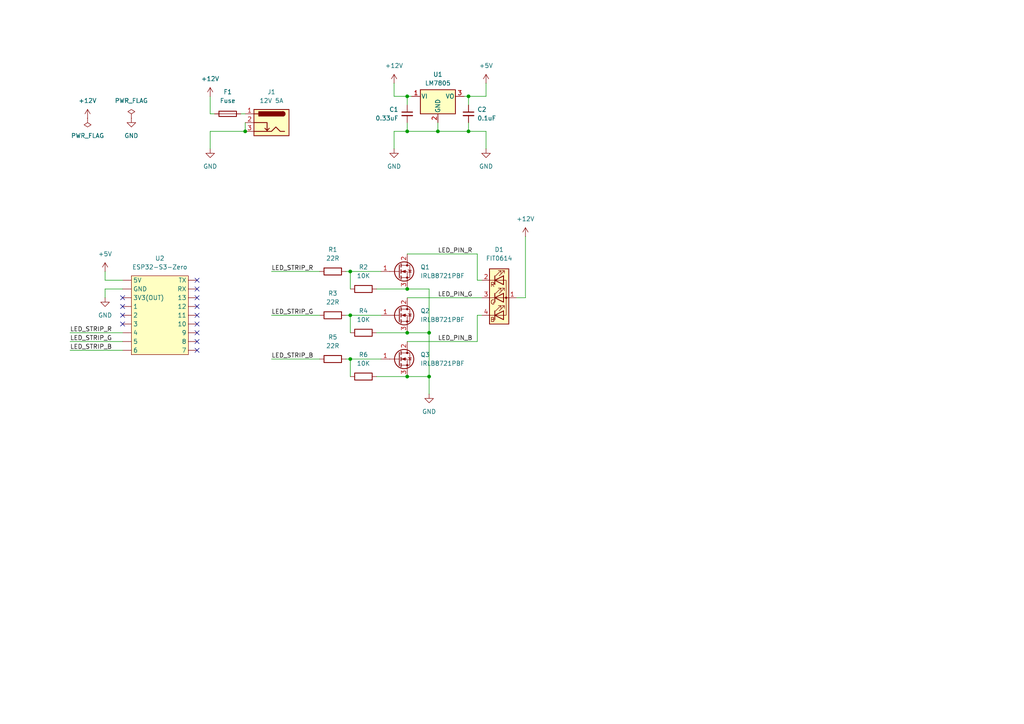
<source format=kicad_sch>
(kicad_sch (version 20231120) (generator "eeschema") (generator_version "8.0")
  (paper "A4")
  (lib_symbols
    (symbol "Connector:Barrel_Jack_Switch_Pin3Ring" (pin_names hide)
      (property "Reference" "J" (at 0 5.334 0))
      (property "Value" "Barrel_Jack_Switch_Pin3Ring" (at 0 -5.08 0))
      (symbol "Barrel_Jack_Switch_Pin3Ring_0_1"
        (rectangle (start -5.08 3.81) (end 5.08 -3.81) (stroke (width 0.254)) (fill (type background)))
        (arc (start -3.302 3.175) (mid -3.9343 2.54) (end -3.302 1.905) (stroke (width 0.254)))
        (arc (start -3.302 3.175) (mid -3.9343 2.54) (end -3.302 1.905) (stroke (width 0.254)) (fill (type outline)))
        (polyline (pts (xy 1.27 -2.286) (xy 1.905 -1.651)) (stroke (width 0.254)))
        (polyline (pts (xy 5.08 2.54) (xy 3.81 2.54)) (stroke (width 0.254)))
        (polyline (pts (xy 5.08 0) (xy 1.27 0) (xy 1.27 -2.286) (xy 0.635 -1.651)) (stroke (width 0.254)))
        (polyline (pts (xy -3.81 -2.54) (xy -2.54 -2.54) (xy -1.27 -1.27) (xy 0 -2.54) (xy 2.54 -2.54) (xy 5.08 -2.54)) (stroke (width 0.254)))
        (rectangle (start 3.683 3.175) (end -3.302 1.905) (stroke (width 0.254)) (fill (type outline)))
      )
      (symbol "Barrel_Jack_Switch_Pin3Ring_1_1"
        (pin passive line (at 7.62 2.54 180) (length 2.54) (name "~") (number "1"))
        (pin passive line (at 7.62 0 180) (length 2.54) (name "~") (number "2"))
        (pin passive line (at 7.62 -2.54 180) (length 2.54) (name "~") (number "3"))
      )
    )
    (symbol "Device:C_Small" (pin_numbers hide) (pin_names (offset 0.254) hide)
      (property "Reference" "C" (at 0.254 1.778 0))
      (property "Value" "C_Small" (at 0.254 -2.032 0))
      (symbol "C_Small_0_1"
        (polyline (pts (xy -1.524 -0.508) (xy 1.524 -0.508)) (stroke (width 0.3302)))
        (polyline (pts (xy -1.524 0.508) (xy 1.524 0.508)) (stroke (width 0.3048)))
      )
      (symbol "C_Small_1_1"
        (pin passive line (at 0 2.54 270) (length 2.032) (name "~") (number "1"))
        (pin passive line (at 0 -2.54 90) (length 2.032) (name "~") (number "2"))
      )
    )
    (symbol "Device:Fuse" (pin_numbers hide) (pin_names (offset 0))
      (property "Reference" "F" (at 2.032 0 90))
      (property "Value" "Fuse" (at -1.905 0 90))
      (symbol "Fuse_0_1"
        (rectangle (start -0.762 -2.54) (end 0.762 2.54) (stroke (width 0.254)))
        (polyline (pts (xy 0 2.54) (xy 0 -2.54)))
      )
      (symbol "Fuse_1_1"
        (pin passive line (at 0 3.81 270) (length 1.27) (name "~") (number "1"))
        (pin passive line (at 0 -3.81 90) (length 1.27) (name "~") (number "2"))
      )
    )
    (symbol "Device:LED_ARGB" (pin_names (offset 0) hide)
      (property "Reference" "D" (at 0 9.398 0))
      (property "Value" "LED_ARGB" (at 0 -8.89 0))
      (symbol "LED_ARGB_0_0"
        (text "B" (at -1.905 -6.35 0) (effects (font (size 1.27 1.27))))
        (text "G" (at -1.905 -1.27 0) (effects (font (size 1.27 1.27))))
        (text "R" (at -1.905 3.81 0) (effects (font (size 1.27 1.27))))
      )
      (symbol "LED_ARGB_0_1"
        (polyline (pts (xy -1.27 -5.08) (xy -2.54 -5.08)))
        (polyline (pts (xy -1.27 -5.08) (xy 1.27 -5.08)))
        (polyline (pts (xy -1.27 -3.81) (xy -1.27 -6.35)) (stroke (width 0.254)))
        (polyline (pts (xy -1.27 0) (xy -2.54 0)))
        (polyline (pts (xy -1.27 1.27) (xy -1.27 -1.27)) (stroke (width 0.254)))
        (polyline (pts (xy -1.27 5.08) (xy -2.54 5.08)))
        (polyline (pts (xy -1.27 5.08) (xy 1.27 5.08)))
        (polyline (pts (xy -1.27 6.35) (xy -1.27 3.81)) (stroke (width 0.254)))
        (polyline (pts (xy 1.27 0) (xy -1.27 0)))
        (polyline (pts (xy 1.27 0) (xy 2.54 0)))
        (polyline (pts (xy -1.27 1.27) (xy -1.27 -1.27) (xy -1.27 -1.27)))
        (polyline (pts (xy -1.27 6.35) (xy -1.27 3.81) (xy -1.27 3.81)))
        (polyline (pts (xy 1.27 -5.08) (xy 2.032 -5.08) (xy 2.032 5.08) (xy 1.27 5.08)))
        (polyline (pts (xy 1.27 -3.81) (xy 1.27 -6.35) (xy -1.27 -5.08) (xy 1.27 -3.81)) (stroke (width 0.254)))
        (polyline (pts (xy 1.27 1.27) (xy 1.27 -1.27) (xy -1.27 0) (xy 1.27 1.27)) (stroke (width 0.254)))
        (polyline (pts (xy 1.27 6.35) (xy 1.27 3.81) (xy -1.27 5.08) (xy 1.27 6.35)) (stroke (width 0.254)))
        (polyline (pts (xy -1.016 -3.81) (xy 0.508 -2.286) (xy -0.254 -2.286) (xy 0.508 -2.286) (xy 0.508 -3.048)))
        (polyline (pts (xy -1.016 1.27) (xy 0.508 2.794) (xy -0.254 2.794) (xy 0.508 2.794) (xy 0.508 2.032)))
        (polyline (pts (xy -1.016 6.35) (xy 0.508 7.874) (xy -0.254 7.874) (xy 0.508 7.874) (xy 0.508 7.112)))
        (polyline (pts (xy 0 -3.81) (xy 1.524 -2.286) (xy 0.762 -2.286) (xy 1.524 -2.286) (xy 1.524 -3.048)))
        (polyline (pts (xy 0 1.27) (xy 1.524 2.794) (xy 0.762 2.794) (xy 1.524 2.794) (xy 1.524 2.032)))
        (polyline (pts (xy 0 6.35) (xy 1.524 7.874) (xy 0.762 7.874) (xy 1.524 7.874) (xy 1.524 7.112)))
        (rectangle (start 1.27 -1.27) (end 1.27 1.27))
        (rectangle (start 1.27 1.27) (end 1.27 1.27))
        (rectangle (start 1.27 3.81) (end 1.27 6.35))
        (rectangle (start 1.27 6.35) (end 1.27 6.35))
        (circle (center 2.032 0) (radius 0.254) (fill (type outline)))
        (rectangle (start 2.794 8.382) (end -2.794 -7.62) (stroke (width 0.254)) (fill (type background)))
      )
      (symbol "LED_ARGB_1_1"
        (pin passive line (at 5.08 0 180) (length 2.54) (name "A") (number "1"))
        (pin passive line (at -5.08 5.08 0) (length 2.54) (name "RK") (number "2"))
        (pin passive line (at -5.08 0 0) (length 2.54) (name "GK") (number "3"))
        (pin passive line (at -5.08 -5.08 0) (length 2.54) (name "BK") (number "4"))
      )
    )
    (symbol "Device:R" (pin_numbers hide) (pin_names (offset 0))
      (property "Reference" "R" (at 2.032 0 90))
      (property "Value" "R" (at 0 0 90))
      (symbol "R_0_1"
        (rectangle (start -1.016 -2.54) (end 1.016 2.54) (stroke (width 0.254)))
      )
      (symbol "R_1_1"
        (pin passive line (at 0 3.81 270) (length 1.27) (name "~") (number "1"))
        (pin passive line (at 0 -3.81 90) (length 1.27) (name "~") (number "2"))
      )
    )
    (symbol "RF_Module:ESP32-S3-Zero" (pin_numbers hide) (exclude_from_sim yes)
      (property "Reference" "U" (at -7.62 12.7 0))
      (property "Value" "ESP32-S3-Zero" (at 8.382 12.446 0))
      (symbol "ESP32-S3-Zero_0_1"
        (rectangle (start -7.62 11.43) (end 8.89 -11.43) (fill (type color) (color 255 255 194 1)))
      )
      (symbol "ESP32-S3-Zero_1_1"
        (pin power_in line (at -10.16 10.16 0) (length 2.54) (name "5V") (number "1"))
        (pin bidirectional line (at 11.43 -10.16 180) (length 2.54) (name "7") (number "10"))
        (pin bidirectional line (at 11.43 -7.62 180) (length 2.54) (name "8") (number "11"))
        (pin bidirectional line (at 11.43 -5.08 180) (length 2.54) (name "9") (number "12"))
        (pin bidirectional line (at 11.43 -2.54 180) (length 2.54) (name "10") (number "13"))
        (pin bidirectional line (at 11.43 0 180) (length 2.54) (name "11") (number "14"))
        (pin bidirectional line (at 11.43 2.54 180) (length 2.54) (name "12") (number "15"))
        (pin bidirectional line (at 11.43 5.08 180) (length 2.54) (name "13") (number "16"))
        (pin input line (at 11.43 7.62 180) (length 2.54) (name "RX") (number "17"))
        (pin output line (at 11.43 10.16 180) (length 2.54) (name "TX") (number "18"))
        (pin power_in line (at -10.16 7.62 0) (length 2.54) (name "GND") (number "2"))
        (pin power_out line (at -10.16 5.08 0) (length 2.54) (name "3V3(OUT)") (number "3"))
        (pin bidirectional line (at -10.16 2.54 0) (length 2.54) (name "1") (number "4"))
        (pin bidirectional line (at -10.16 0 0) (length 2.54) (name "2") (number "5"))
        (pin bidirectional line (at -10.16 -2.54 0) (length 2.54) (name "3") (number "6"))
        (pin bidirectional line (at -10.16 -5.08 0) (length 2.54) (name "4") (number "7"))
        (pin bidirectional line (at -10.16 -7.62 0) (length 2.54) (name "5") (number "8"))
        (pin bidirectional line (at -10.16 -10.16 0) (length 2.54) (name "6") (number "9"))
      )
    )
    (symbol "R_1" (pin_numbers hide) (pin_names (offset 0) hide)
      (property "Reference" "R" (at 2.032 0 90))
      (property "Value" "R" (at 0 0 90))
      (symbol "R_1_0_1"
        (rectangle (start -1.016 -2.54) (end 1.016 2.54) (stroke (width 0.254)))
      )
      (symbol "R_1_1_1"
        (pin passive line (at 0 3.81 270) (length 1.27) (name "~") (number "1"))
        (pin passive line (at 0 -3.81 90) (length 1.27) (name "~") (number "2"))
      )
    )
    (symbol "Regulator_Linear:LM7805_TO220" (pin_names (offset 0.254))
      (property "Reference" "U" (at -3.81 3.175 0))
      (property "Value" "LM7805_TO220" (at 0 3.175 0))
      (symbol "LM7805_TO220_0_1"
        (rectangle (start -5.08 1.905) (end 5.08 -5.08) (stroke (width 0.254)) (fill (type background)))
      )
      (symbol "LM7805_TO220_1_1"
        (pin power_in line (at -7.62 0 0) (length 2.54) (name "VI") (number "1"))
        (pin power_in line (at 0 -7.62 90) (length 2.54) (name "GND") (number "2"))
        (pin power_out line (at 7.62 0 180) (length 2.54) (name "VO") (number "3"))
      )
    )
    (symbol "Transistor_FET:IRLB8721PBF" (pin_names hide)
      (property "Reference" "Q" (at 5.08 1.905 0))
      (property "Value" "IRLB8721PBF" (at 5.08 0 0))
      (symbol "IRLB8721PBF_0_1"
        (polyline (pts (xy 0.254 0) (xy -2.54 0)))
        (polyline (pts (xy 0.254 1.905) (xy 0.254 -1.905)) (stroke (width 0.254)))
        (polyline (pts (xy 0.762 -1.27) (xy 0.762 -2.286)) (stroke (width 0.254)))
        (polyline (pts (xy 0.762 0.508) (xy 0.762 -0.508)) (stroke (width 0.254)))
        (polyline (pts (xy 0.762 2.286) (xy 0.762 1.27)) (stroke (width 0.254)))
        (polyline (pts (xy 2.54 2.54) (xy 2.54 1.778)))
        (polyline (pts (xy 2.54 -2.54) (xy 2.54 0) (xy 0.762 0)))
        (polyline (pts (xy 0.762 -1.778) (xy 3.302 -1.778) (xy 3.302 1.778) (xy 0.762 1.778)))
        (polyline (pts (xy 1.016 0) (xy 2.032 0.381) (xy 2.032 -0.381) (xy 1.016 0)) (fill (type outline)))
        (polyline (pts (xy 2.794 0.508) (xy 2.921 0.381) (xy 3.683 0.381) (xy 3.81 0.254)))
        (polyline (pts (xy 3.302 0.381) (xy 2.921 -0.254) (xy 3.683 -0.254) (xy 3.302 0.381)))
        (circle (center 1.651 0) (radius 2.794) (stroke (width 0.254)))
        (circle (center 2.54 -1.778) (radius 0.254) (fill (type outline)))
        (circle (center 2.54 1.778) (radius 0.254) (fill (type outline)))
      )
      (symbol "IRLB8721PBF_1_1"
        (pin input line (at -5.08 0 0) (length 2.54) (name "G") (number "1"))
        (pin passive line (at 2.54 5.08 270) (length 2.54) (name "D") (number "2"))
        (pin passive line (at 2.54 -5.08 90) (length 2.54) (name "S") (number "3"))
      )
    )
    (symbol "power:+12V" (power) (pin_numbers hide) (pin_names (offset 0) hide)
      (property "Value" "+12V" (at 0 3.556 0))
      (symbol "+12V_0_1"
        (polyline (pts (xy -0.762 1.27) (xy 0 2.54)))
        (polyline (pts (xy 0 0) (xy 0 2.54)))
        (polyline (pts (xy 0 2.54) (xy 0.762 1.27)))
      )
      (symbol "+12V_1_1"
        (pin power_in line (at 0 0 90) (length 0) (name "~") (number "1"))
      )
    )
    (symbol "power:+5V" (power) (pin_numbers hide) (pin_names (offset 0) hide)
      (property "Value" "+5V" (at 0 3.556 0))
      (symbol "+5V_0_1"
        (polyline (pts (xy -0.762 1.27) (xy 0 2.54)))
        (polyline (pts (xy 0 0) (xy 0 2.54)))
        (polyline (pts (xy 0 2.54) (xy 0.762 1.27)))
      )
      (symbol "+5V_1_1"
        (pin power_in line (at 0 0 90) (length 0) (name "~") (number "1"))
      )
    )
    (symbol "power:GND" (power) (pin_numbers hide) (pin_names (offset 0) hide)
      (property "Value" "GND" (at 0 -3.81 0))
      (symbol "GND_0_1"
        (polyline (pts (xy 0 0) (xy 0 -1.27) (xy 1.27 -1.27) (xy 0 -2.54) (xy -1.27 -1.27) (xy 0 -1.27)))
      )
      (symbol "GND_1_1"
        (pin power_in line (at 0 0 270) (length 0) (name "~") (number "1"))
      )
    )
    (symbol "power:PWR_FLAG" (power) (pin_numbers hide) (pin_names (offset 0) hide)
      (property "Value" "PWR_FLAG" (at 0 3.81 0))
      (symbol "PWR_FLAG_0_0"
        (pin power_out line (at 0 0 90) (length 0) (name "~") (number "1"))
      )
      (symbol "PWR_FLAG_0_1"
        (polyline (pts (xy 0 0) (xy 0 1.27) (xy -1.016 1.905) (xy 0 2.54) (xy 1.016 1.905) (xy 0 1.27)))
      )
    )
  )
  (junction (at 101.6 91.44))
  (junction (at 118.11 83.82))
  (junction (at 127 38.1))
  (junction (at 101.6 78.74))
  (junction (at 135.89 38.1))
  (junction (at 124.46 96.52))
  (junction (at 101.6 104.14))
  (junction (at 118.11 109.22))
  (junction (at 118.11 27.94))
  (junction (at 118.11 38.1))
  (junction (at 118.11 96.52))
  (junction (at 135.89 27.94))
  (junction (at 124.46 109.22))
  (junction (at 71.12 38.1))
  (no_connect (at 57.15 86.36))
  (no_connect (at 35.56 86.36))
  (no_connect (at 57.15 81.28))
  (no_connect (at 57.15 101.6))
  (no_connect (at 35.56 88.9))
  (no_connect (at 57.15 91.44))
  (no_connect (at 57.15 88.9))
  (no_connect (at 57.15 93.98))
  (no_connect (at 35.56 91.44))
  (no_connect (at 57.15 96.52))
  (no_connect (at 57.15 99.06))
  (no_connect (at 35.56 93.98))
  (no_connect (at 57.15 83.82))
  (wire (pts (xy 138.43 81.28) (xy 139.7 81.28)))
  (wire (pts (xy 152.4 86.36) (xy 152.4 68.58)))
  (wire (pts (xy 69.85 33.02) (xy 71.12 33.02)))
  (wire (pts (xy 127 38.1) (xy 127 35.56)))
  (wire (pts (xy 140.97 38.1) (xy 140.97 43.18)))
  (wire (pts (xy 152.4 86.36) (xy 149.86 86.36)))
  (wire (pts (xy 30.48 81.28) (xy 35.56 81.28)))
  (wire (pts (xy 109.22 96.52) (xy 118.11 96.52)))
  (wire (pts (xy 20.32 96.52) (xy 35.56 96.52)))
  (wire (pts (xy 140.97 24.13) (xy 140.97 27.94)))
  (wire (pts (xy 138.43 91.44) (xy 139.7 91.44)))
  (wire (pts (xy 135.89 38.1) (xy 140.97 38.1)))
  (wire (pts (xy 124.46 83.82) (xy 124.46 96.52)))
  (wire (pts (xy 118.11 27.94) (xy 119.38 27.94)))
  (wire (pts (xy 60.96 27.94) (xy 60.96 33.02)))
  (wire (pts (xy 118.11 38.1) (xy 114.3 38.1)))
  (wire (pts (xy 110.49 104.14) (xy 101.6 104.14)))
  (wire (pts (xy 138.43 81.28) (xy 138.43 73.66)))
  (wire (pts (xy 101.6 78.74) (xy 101.6 83.82)))
  (wire (pts (xy 135.89 27.94) (xy 140.97 27.94)))
  (wire (pts (xy 138.43 99.06) (xy 118.11 99.06)))
  (wire (pts (xy 109.22 83.82) (xy 118.11 83.82)))
  (wire (pts (xy 20.32 101.6) (xy 35.56 101.6)))
  (wire (pts (xy 20.32 99.06) (xy 35.56 99.06)))
  (wire (pts (xy 118.11 96.52) (xy 124.46 96.52)))
  (wire (pts (xy 114.3 38.1) (xy 114.3 43.18)))
  (wire (pts (xy 71.12 35.56) (xy 71.12 38.1)))
  (wire (pts (xy 118.11 83.82) (xy 124.46 83.82)))
  (wire (pts (xy 30.48 78.74) (xy 30.48 81.28)))
  (wire (pts (xy 92.71 104.14) (xy 78.74 104.14)))
  (wire (pts (xy 101.6 104.14) (xy 100.33 104.14)))
  (wire (pts (xy 118.11 27.94) (xy 118.11 30.48)))
  (wire (pts (xy 78.74 91.44) (xy 92.71 91.44)))
  (wire (pts (xy 101.6 78.74) (xy 110.49 78.74)))
  (wire (pts (xy 127 38.1) (xy 135.89 38.1)))
  (wire (pts (xy 124.46 109.22) (xy 124.46 114.3)))
  (wire (pts (xy 118.11 38.1) (xy 127 38.1)))
  (wire (pts (xy 60.96 33.02) (xy 62.23 33.02)))
  (wire (pts (xy 100.33 78.74) (xy 101.6 78.74)))
  (wire (pts (xy 118.11 35.56) (xy 118.11 38.1)))
  (wire (pts (xy 135.89 27.94) (xy 134.62 27.94)))
  (wire (pts (xy 110.49 91.44) (xy 101.6 91.44)))
  (wire (pts (xy 60.96 38.1) (xy 60.96 43.18)))
  (wire (pts (xy 30.48 83.82) (xy 30.48 86.36)))
  (wire (pts (xy 101.6 104.14) (xy 101.6 109.22)))
  (wire (pts (xy 30.48 83.82) (xy 35.56 83.82)))
  (wire (pts (xy 124.46 96.52) (xy 124.46 109.22)))
  (wire (pts (xy 78.74 78.74) (xy 92.71 78.74)))
  (wire (pts (xy 101.6 91.44) (xy 100.33 91.44)))
  (wire (pts (xy 118.11 109.22) (xy 124.46 109.22)))
  (wire (pts (xy 109.22 109.22) (xy 118.11 109.22)))
  (wire (pts (xy 118.11 27.94) (xy 114.3 27.94)))
  (wire (pts (xy 101.6 91.44) (xy 101.6 96.52)))
  (wire (pts (xy 114.3 24.13) (xy 114.3 27.94)))
  (wire (pts (xy 71.12 38.1) (xy 60.96 38.1)))
  (wire (pts (xy 138.43 73.66) (xy 118.11 73.66)))
  (wire (pts (xy 135.89 35.56) (xy 135.89 38.1)))
  (wire (pts (xy 138.43 91.44) (xy 138.43 99.06)))
  (wire (pts (xy 135.89 27.94) (xy 135.89 30.48)))
  (wire (pts (xy 118.11 86.36) (xy 139.7 86.36)))
  (label "LED_STRIP_B" (at 20.32 101.6 0))
  (label "LED_PIN_G" (at 127 86.36 0))
  (label "LED_STRIP_B" (at 78.74 104.14 0))
  (label "LED_STRIP_G" (at 78.74 91.44 0))
  (label "LED_STRIP_R" (at 20.32 96.52 0))
  (label "LED_PIN_R" (at 127 73.66 0))
  (label "LED_STRIP_G" (at 20.32 99.06 0))
  (label "LED_PIN_B" (at 127 99.06 0))
  (label "LED_STRIP_R" (at 78.74 78.74 0))
  (symbol (lib_id "power:GND") (at 124.46 114.3 0) (unit 1)
    (property "Reference" "#PWR05" (effects (hide yes)))
    (property "Value" "GND" (at 124.46 119.38 0))
    (property "Description" "Power symbol creates a global label with name \"GND\" , ground" (effects (hide yes)))
  )
  (symbol (lib_id "power:+12V") (at 114.3 24.13 0) (unit 1)
    (property "Reference" "#PWR01" (effects (hide yes)))
    (property "Value" "+12V" (at 114.3 19.05 0))
    (property "Description" "Power symbol creates a global label with name \"+12V\"" (effects (hide yes)))
  )
  (symbol (lib_id "power:GND") (at 60.96 43.18 0) (unit 1)
    (property "Reference" "#PWR07" (effects (hide yes)))
    (property "Value" "GND" (at 60.96 48.26 0))
    (property "Description" "Power symbol creates a global label with name \"GND\" , ground" (effects (hide yes)))
  )
  (symbol (lib_id "power:+12V") (at 25.4 34.29 0) (unit 1)
    (property "Reference" "#PWR012" (effects (hide yes)))
    (property "Value" "+12V" (at 25.4 29.21 0))
    (property "Description" "Power symbol creates a global label with name \"+12V\"" (effects (hide yes)))
  )
  (symbol (lib_id "RF_Module:ESP32-S3-Zero") (at 45.72 91.44 0) (unit 1) (exclude_from_sim yes)
    (property "Reference" "U2" (at 46.355 74.93 0))
    (property "Value" "ESP32-S3-Zero" (at 46.355 77.47 0))
    (property "Footprint" "Connector_PinHeader_2.54mm:PinHeader_1x09_P2.54mm_Vertical" (effects (hide yes)))
    (property "Datasheet" "https://www.waveshare.com/wiki/ESP32-S3-Zero" (effects (hide yes)))
    (property "Description" "Waveshare ESP32-S3-Zero" (effects (hide yes)))
  )
  (symbol (lib_id "Transistor_FET:IRLB8721PBF") (at 115.57 104.14 0) (unit 1)
    (property "Reference" "Q3" (at 121.92 102.8699 0) (effects (justify left)))
    (property "Value" "IRLB8721PBF" (at 121.92 105.4099 0) (effects (justify left)))
    (property "Footprint" "Package_TO_SOT_THT:TO-220-3_Vertical" (effects (hide yes)))
    (property "Datasheet" "http://www.infineon.com/dgdl/irlb8721pbf.pdf?fileId=5546d462533600a40153566056732591" (effects (hide yes)))
    (property "Description" "62A Id, 30V Vds, 8.7 mOhm Rds, N-Channel HEXFET Power MOSFET, TO-220" (effects (hide yes)))
  )
  (symbol (lib_id "Device:R") (at 105.41 109.22 90) (unit 1)
    (property "Reference" "R6" (at 105.41 102.87 90))
    (property "Value" "10K" (at 105.41 105.41 90))
    (property "Footprint" "Resistor_THT:R_Axial_DIN0204_L3.6mm_D1.6mm_P5.08mm_Horizontal" (effects (hide yes)))
    (property "Description" "Resistor" (effects (hide yes)))
  )
  (symbol (lib_id "Regulator_Linear:LM7805_TO220") (at 127 27.94 0) (unit 1)
    (property "Reference" "U1" (at 127 21.59 0))
    (property "Value" "LM7805" (at 127 24.13 0))
    (property "Footprint" "Package_TO_SOT_THT:TO-220-3_Vertical" (effects (hide yes)))
    (property "Datasheet" "https://www.onsemi.cn/PowerSolutions/document/MC7800-D.PDF" (effects (hide yes)))
    (property "Description" "Positive 1A 35V Linear Regulator, Fixed Output 5V, TO-220" (effects (hide yes)))
  )
  (symbol (lib_id "Device:C_Small") (at 135.89 33.02 0) (unit 1)
    (property "Reference" "C2" (at 138.43 31.7562 0) (effects (justify left)))
    (property "Value" "0.1uF" (at 138.43 34.2962 0) (effects (justify left)))
    (property "Footprint" "Capacitor_THT:C_Disc_D7.5mm_W2.5mm_P5.00mm" (effects (hide yes)))
    (property "Description" "Unpolarized capacitor, small symbol" (effects (hide yes)))
  )
  (symbol (lib_id "Device:Fuse") (at 66.04 33.02 90) (unit 1)
    (property "Reference" "F1" (at 66.04 26.67 90))
    (property "Value" "Fuse" (at 66.04 29.21 90))
    (property "Footprint" "Fuse:FuseHolder_Blade_ATO_Littelfuse_FLR_178.6165" (effects (hide yes)))
    (property "Description" "Fuse" (effects (hide yes)))
  )
  (symbol (lib_id "power:+12V") (at 152.4 68.58 0) (unit 1)
    (property "Reference" "#PWR04" (effects (hide yes)))
    (property "Value" "+12V" (at 152.4 63.5 0))
    (property "Description" "Power symbol creates a global label with name \"+12V\"" (effects (hide yes)))
  )
  (symbol (lib_id "power:+5V") (at 30.48 78.74 0) (unit 1)
    (property "Reference" "#PWR06" (effects (hide yes)))
    (property "Value" "+5V" (at 30.48 73.66 0))
    (property "Description" "Power symbol creates a global label with name \"+5V\"" (effects (hide yes)))
  )
  (symbol (lib_id "power:GND") (at 140.97 43.18 0) (mirror y) (unit 1)
    (property "Reference" "#PWR09" (effects (hide yes)))
    (property "Value" "GND" (at 140.97 48.26 0))
    (property "Description" "Power symbol creates a global label with name \"GND\" , ground" (effects (hide yes)))
  )
  (symbol (lib_id "Transistor_FET:IRLB8721PBF") (at 115.57 91.44 0) (unit 1)
    (property "Reference" "Q2" (at 121.92 90.1699 0) (effects (justify left)))
    (property "Value" "IRLB8721PBF" (at 121.92 92.7099 0) (effects (justify left)))
    (property "Footprint" "Package_TO_SOT_THT:TO-220-3_Vertical" (effects (hide yes)))
    (property "Datasheet" "http://www.infineon.com/dgdl/irlb8721pbf.pdf?fileId=5546d462533600a40153566056732591" (effects (hide yes)))
    (property "Description" "62A Id, 30V Vds, 8.7 mOhm Rds, N-Channel HEXFET Power MOSFET, TO-220" (effects (hide yes)))
  )
  (symbol (lib_id "power:GND") (at 38.1 34.29 0) (unit 1)
    (property "Reference" "#PWR011" (effects (hide yes)))
    (property "Value" "GND" (at 38.1 39.37 0))
    (property "Description" "Power symbol creates a global label with name \"GND\" , ground" (effects (hide yes)))
  )
  (symbol (lib_id "Device:R") (at 105.41 96.52 90) (unit 1)
    (property "Reference" "R4" (at 105.41 90.17 90))
    (property "Value" "10K" (at 105.41 92.71 90))
    (property "Footprint" "Resistor_THT:R_Axial_DIN0204_L3.6mm_D1.6mm_P5.08mm_Horizontal" (effects (hide yes)))
    (property "Description" "Resistor" (effects (hide yes)))
  )
  (symbol (lib_id "Transistor_FET:IRLB8721PBF") (at 115.57 78.74 0) (unit 1)
    (property "Reference" "Q1" (at 121.92 77.4699 0) (effects (justify left)))
    (property "Value" "IRLB8721PBF" (at 121.92 80.0099 0) (effects (justify left)))
    (property "Footprint" "Package_TO_SOT_THT:TO-220-3_Vertical" (effects (hide yes)))
    (property "Datasheet" "http://www.infineon.com/dgdl/irlb8721pbf.pdf?fileId=5546d462533600a40153566056732591" (effects (hide yes)))
    (property "Description" "62A Id, 30V Vds, 8.7 mOhm Rds, N-Channel HEXFET Power MOSFET, TO-220" (effects (hide yes)))
  )
  (symbol (lib_id "power:GND") (at 114.3 43.18 0) (mirror y) (unit 1)
    (property "Reference" "#PWR08" (effects (hide yes)))
    (property "Value" "GND" (at 114.3 48.26 0))
    (property "Description" "Power symbol creates a global label with name \"GND\" , ground" (effects (hide yes)))
  )
  (symbol (lib_id "Device:R") (at 105.41 83.82 90) (unit 1)
    (property "Reference" "R2" (at 105.41 77.47 90))
    (property "Value" "10K" (at 105.41 80.01 90))
    (property "Footprint" "Resistor_THT:R_Axial_DIN0204_L3.6mm_D1.6mm_P5.08mm_Horizontal" (effects (hide yes)))
    (property "Description" "Resistor" (effects (hide yes)))
  )
  (symbol (lib_name "R_1") (lib_id "Device:R") (at 96.52 78.74 90) (unit 1)
    (property "Reference" "R1" (at 96.52 72.39 90))
    (property "Value" "22R" (at 96.52 74.93 90))
    (property "Footprint" "Resistor_THT:R_Axial_DIN0204_L3.6mm_D1.6mm_P5.08mm_Horizontal" (effects (hide yes)))
    (property "Description" "Resistor" (effects (hide yes)))
  )
  (symbol (lib_id "power:+12V") (at 140.97 24.13 0) (mirror y) (unit 1)
    (property "Reference" "#PWR02" (effects (hide yes)))
    (property "Value" "+5V" (at 140.97 19.05 0))
    (property "Description" "Power symbol creates a global label with name \"+12V\"" (effects (hide yes)))
  )
  (symbol (lib_id "power:+12V") (at 60.96 27.94 0) (unit 1)
    (property "Reference" "#PWR03" (effects (hide yes)))
    (property "Value" "+12V" (at 60.96 22.86 0))
    (property "Description" "Power symbol creates a global label with name \"+12V\"" (effects (hide yes)))
  )
  (symbol (lib_id "power:PWR_FLAG") (at 25.4 34.29 0) (mirror x) (unit 1)
    (property "Reference" "#FLG01" (effects (hide yes)))
    (property "Value" "PWR_FLAG" (at 25.4 39.37 0))
    (property "Description" "Special symbol for telling ERC where power comes from" (effects (hide yes)))
  )
  (symbol (lib_id "Device:LED_ARGB") (at 144.78 86.36 0) (unit 1)
    (property "Reference" "D1" (at 144.78 72.39 0))
    (property "Value" "FIT0614" (at 144.78 74.93 0))
    (property "Footprint" "Connector_PinHeader_2.54mm:PinHeader_1x04_P2.54mm_Vertical" (effects (hide yes)))
    (property "Description" "RGB LED, anode/red/green/blue" (effects (hide yes)))
  )
  (symbol (lib_id "Device:R") (at 96.52 104.14 90) (unit 1)
    (property "Reference" "R5" (at 96.52 97.79 90))
    (property "Value" "22R" (at 96.52 100.33 90))
    (property "Footprint" "Resistor_THT:R_Axial_DIN0204_L3.6mm_D1.6mm_P5.08mm_Horizontal" (effects (hide yes)))
    (property "Description" "Resistor" (effects (hide yes)))
  )
  (symbol (lib_id "Connector:Barrel_Jack_Switch_Pin3Ring") (at 78.74 35.56 0) (mirror y) (unit 1)
    (property "Reference" "J1" (at 78.74 26.67 0))
    (property "Value" "12V 5A" (at 78.74 29.21 0))
    (property "Footprint" "Connector_BarrelJack:BarrelJack_Horizontal" (effects (hide yes)))
    (property "Description" "DC Barrel Jack with an internal switch" (effects (hide yes)))
  )
  (symbol (lib_id "power:PWR_FLAG") (at 38.1 34.29 0) (unit 1)
    (property "Reference" "#FLG02" (effects (hide yes)))
    (property "Value" "PWR_FLAG" (at 38.1 29.21 0))
    (property "Description" "Special symbol for telling ERC where power comes from" (effects (hide yes)))
  )
  (symbol (lib_id "Device:C_Small") (at 118.11 33.02 0) (unit 1)
    (property "Reference" "C1" (at 115.57 31.7562 0) (effects (justify right)))
    (property "Value" "0.33uF" (at 115.57 34.2962 0) (effects (justify right)))
    (property "Footprint" "Capacitor_THT:C_Disc_D7.5mm_W2.5mm_P5.00mm" (effects (hide yes)))
    (property "Description" "Unpolarized capacitor, small symbol" (effects (hide yes)))
  )
  (symbol (lib_id "power:GND") (at 30.48 86.36 0) (unit 1)
    (property "Reference" "#PWR010" (effects (hide yes)))
    (property "Value" "GND" (at 30.48 91.44 0))
    (property "Description" "Power symbol creates a global label with name \"GND\" , ground" (effects (hide yes)))
  )
  (symbol (lib_name "R_1") (lib_id "Device:R") (at 96.52 91.44 90) (unit 1)
    (property "Reference" "R3" (at 96.52 85.09 90))
    (property "Value" "22R" (at 96.52 87.63 90))
    (property "Footprint" "Resistor_THT:R_Axial_DIN0204_L3.6mm_D1.6mm_P5.08mm_Horizontal" (effects (hide yes)))
    (property "Description" "Resistor" (effects (hide yes)))
  )
)
</source>
